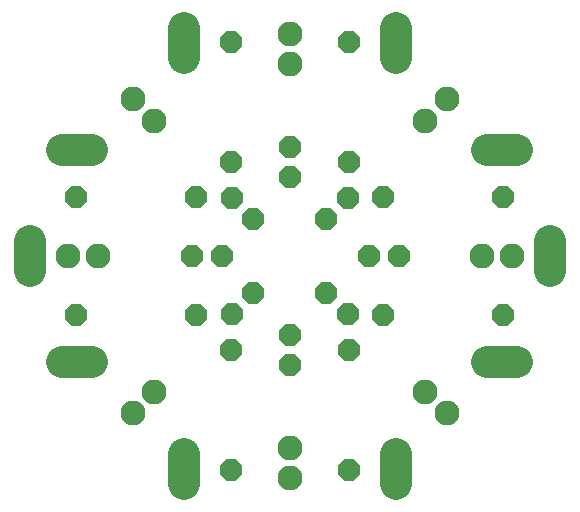
<source format=gbr>
G04 EAGLE Gerber RS-274X export*
G75*
%MOMM*%
%FSLAX34Y34*%
%LPD*%
%INSoldermask Bottom*%
%IPPOS*%
%AMOC8*
5,1,8,0,0,1.08239X$1,22.5*%
G01*
%ADD10C,2.103200*%
%ADD11C,2.743200*%
%ADD12P,2.034460X8X292.500000*%
%ADD13P,2.034460X8X202.500000*%
%ADD14P,2.034460X8X112.500000*%
%ADD15P,2.034460X8X22.500000*%
%ADD16P,2.034460X8X157.500000*%
%ADD17P,2.034460X8X67.500000*%
%ADD18P,2.034460X8X337.500000*%
%ADD19P,2.034460X8X247.500000*%


D10*
X0Y-162300D03*
X0Y-187700D03*
X-114720Y-114720D03*
X-132680Y-132680D03*
X-162300Y0D03*
X-187700Y0D03*
X-114720Y114720D03*
X-132680Y132680D03*
X0Y162300D03*
X0Y187700D03*
X114720Y114720D03*
X132680Y132680D03*
X162300Y0D03*
X187700Y0D03*
X114720Y-114720D03*
X132680Y-132680D03*
D11*
X-90000Y167300D02*
X-90000Y192700D01*
X-220000Y12700D02*
X-220000Y-12700D01*
X90000Y167300D02*
X90000Y192700D01*
X-167300Y90000D02*
X-192700Y90000D01*
X167300Y90000D02*
X192700Y90000D01*
X90000Y-167300D02*
X90000Y-192700D01*
X-167300Y-90000D02*
X-192700Y-90000D01*
X167300Y-90000D02*
X192700Y-90000D01*
X-90000Y-167300D02*
X-90000Y-192700D01*
X220000Y-12700D02*
X220000Y12700D01*
D12*
X-50000Y-79200D03*
X-50000Y-180800D03*
D13*
X-79200Y-50000D03*
X-180800Y-50000D03*
X-79200Y50000D03*
X-180800Y50000D03*
D14*
X-50000Y79200D03*
X-50000Y180800D03*
X50000Y79200D03*
X50000Y180800D03*
D15*
X79200Y50000D03*
X180800Y50000D03*
X79200Y-50000D03*
X180800Y-50000D03*
D12*
X50000Y-79200D03*
X50000Y-180800D03*
D15*
X-82700Y0D03*
X-57300Y0D03*
D12*
X0Y92700D03*
X0Y67300D03*
D13*
X92700Y0D03*
X67300Y0D03*
D14*
X0Y-92700D03*
X0Y-67300D03*
D16*
X48980Y-48980D03*
X31020Y-31020D03*
D17*
X-48980Y-48980D03*
X-31020Y-31020D03*
D18*
X-48980Y48980D03*
X-31020Y31020D03*
D19*
X48980Y48980D03*
X31020Y31020D03*
M02*

</source>
